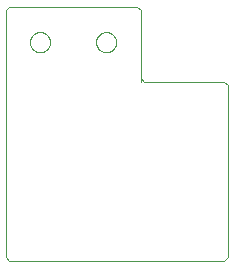
<source format=gko>
G75*
%MOIN*%
%OFA0B0*%
%FSLAX25Y25*%
%IPPOS*%
%LPD*%
%AMOC8*
5,1,8,0,0,1.08239X$1,22.5*
%
%ADD10C,0.00000*%
D10*
X0004100Y0003487D02*
X0005350Y0002238D01*
X0076913Y0002238D01*
X0078163Y0003487D01*
X0078163Y0060675D01*
X0076913Y0061925D01*
X0050350Y0061925D01*
X0049100Y0063175D01*
X0049100Y0061925D01*
X0049100Y0063175D02*
X0049100Y0085675D01*
X0047850Y0086925D01*
X0005350Y0086925D01*
X0004100Y0085675D01*
X0004100Y0003487D01*
X0012230Y0075055D02*
X0012232Y0075170D01*
X0012238Y0075286D01*
X0012248Y0075401D01*
X0012262Y0075516D01*
X0012280Y0075630D01*
X0012302Y0075743D01*
X0012327Y0075856D01*
X0012357Y0075967D01*
X0012390Y0076078D01*
X0012427Y0076187D01*
X0012468Y0076295D01*
X0012513Y0076402D01*
X0012561Y0076507D01*
X0012613Y0076610D01*
X0012669Y0076711D01*
X0012728Y0076811D01*
X0012790Y0076908D01*
X0012856Y0077003D01*
X0012924Y0077096D01*
X0012996Y0077186D01*
X0013071Y0077274D01*
X0013150Y0077359D01*
X0013231Y0077441D01*
X0013314Y0077521D01*
X0013401Y0077597D01*
X0013490Y0077671D01*
X0013581Y0077741D01*
X0013675Y0077809D01*
X0013771Y0077873D01*
X0013870Y0077933D01*
X0013970Y0077990D01*
X0014072Y0078044D01*
X0014176Y0078094D01*
X0014282Y0078141D01*
X0014389Y0078184D01*
X0014498Y0078223D01*
X0014608Y0078258D01*
X0014719Y0078289D01*
X0014831Y0078317D01*
X0014944Y0078341D01*
X0015058Y0078361D01*
X0015173Y0078377D01*
X0015288Y0078389D01*
X0015403Y0078397D01*
X0015518Y0078401D01*
X0015634Y0078401D01*
X0015749Y0078397D01*
X0015864Y0078389D01*
X0015979Y0078377D01*
X0016094Y0078361D01*
X0016208Y0078341D01*
X0016321Y0078317D01*
X0016433Y0078289D01*
X0016544Y0078258D01*
X0016654Y0078223D01*
X0016763Y0078184D01*
X0016870Y0078141D01*
X0016976Y0078094D01*
X0017080Y0078044D01*
X0017182Y0077990D01*
X0017282Y0077933D01*
X0017381Y0077873D01*
X0017477Y0077809D01*
X0017571Y0077741D01*
X0017662Y0077671D01*
X0017751Y0077597D01*
X0017838Y0077521D01*
X0017921Y0077441D01*
X0018002Y0077359D01*
X0018081Y0077274D01*
X0018156Y0077186D01*
X0018228Y0077096D01*
X0018296Y0077003D01*
X0018362Y0076908D01*
X0018424Y0076811D01*
X0018483Y0076711D01*
X0018539Y0076610D01*
X0018591Y0076507D01*
X0018639Y0076402D01*
X0018684Y0076295D01*
X0018725Y0076187D01*
X0018762Y0076078D01*
X0018795Y0075967D01*
X0018825Y0075856D01*
X0018850Y0075743D01*
X0018872Y0075630D01*
X0018890Y0075516D01*
X0018904Y0075401D01*
X0018914Y0075286D01*
X0018920Y0075170D01*
X0018922Y0075055D01*
X0018920Y0074940D01*
X0018914Y0074824D01*
X0018904Y0074709D01*
X0018890Y0074594D01*
X0018872Y0074480D01*
X0018850Y0074367D01*
X0018825Y0074254D01*
X0018795Y0074143D01*
X0018762Y0074032D01*
X0018725Y0073923D01*
X0018684Y0073815D01*
X0018639Y0073708D01*
X0018591Y0073603D01*
X0018539Y0073500D01*
X0018483Y0073399D01*
X0018424Y0073299D01*
X0018362Y0073202D01*
X0018296Y0073107D01*
X0018228Y0073014D01*
X0018156Y0072924D01*
X0018081Y0072836D01*
X0018002Y0072751D01*
X0017921Y0072669D01*
X0017838Y0072589D01*
X0017751Y0072513D01*
X0017662Y0072439D01*
X0017571Y0072369D01*
X0017477Y0072301D01*
X0017381Y0072237D01*
X0017282Y0072177D01*
X0017182Y0072120D01*
X0017080Y0072066D01*
X0016976Y0072016D01*
X0016870Y0071969D01*
X0016763Y0071926D01*
X0016654Y0071887D01*
X0016544Y0071852D01*
X0016433Y0071821D01*
X0016321Y0071793D01*
X0016208Y0071769D01*
X0016094Y0071749D01*
X0015979Y0071733D01*
X0015864Y0071721D01*
X0015749Y0071713D01*
X0015634Y0071709D01*
X0015518Y0071709D01*
X0015403Y0071713D01*
X0015288Y0071721D01*
X0015173Y0071733D01*
X0015058Y0071749D01*
X0014944Y0071769D01*
X0014831Y0071793D01*
X0014719Y0071821D01*
X0014608Y0071852D01*
X0014498Y0071887D01*
X0014389Y0071926D01*
X0014282Y0071969D01*
X0014176Y0072016D01*
X0014072Y0072066D01*
X0013970Y0072120D01*
X0013870Y0072177D01*
X0013771Y0072237D01*
X0013675Y0072301D01*
X0013581Y0072369D01*
X0013490Y0072439D01*
X0013401Y0072513D01*
X0013314Y0072589D01*
X0013231Y0072669D01*
X0013150Y0072751D01*
X0013071Y0072836D01*
X0012996Y0072924D01*
X0012924Y0073014D01*
X0012856Y0073107D01*
X0012790Y0073202D01*
X0012728Y0073299D01*
X0012669Y0073399D01*
X0012613Y0073500D01*
X0012561Y0073603D01*
X0012513Y0073708D01*
X0012468Y0073815D01*
X0012427Y0073923D01*
X0012390Y0074032D01*
X0012357Y0074143D01*
X0012327Y0074254D01*
X0012302Y0074367D01*
X0012280Y0074480D01*
X0012262Y0074594D01*
X0012248Y0074709D01*
X0012238Y0074824D01*
X0012232Y0074940D01*
X0012230Y0075055D01*
X0034278Y0075055D02*
X0034280Y0075170D01*
X0034286Y0075286D01*
X0034296Y0075401D01*
X0034310Y0075516D01*
X0034328Y0075630D01*
X0034350Y0075743D01*
X0034375Y0075856D01*
X0034405Y0075967D01*
X0034438Y0076078D01*
X0034475Y0076187D01*
X0034516Y0076295D01*
X0034561Y0076402D01*
X0034609Y0076507D01*
X0034661Y0076610D01*
X0034717Y0076711D01*
X0034776Y0076811D01*
X0034838Y0076908D01*
X0034904Y0077003D01*
X0034972Y0077096D01*
X0035044Y0077186D01*
X0035119Y0077274D01*
X0035198Y0077359D01*
X0035279Y0077441D01*
X0035362Y0077521D01*
X0035449Y0077597D01*
X0035538Y0077671D01*
X0035629Y0077741D01*
X0035723Y0077809D01*
X0035819Y0077873D01*
X0035918Y0077933D01*
X0036018Y0077990D01*
X0036120Y0078044D01*
X0036224Y0078094D01*
X0036330Y0078141D01*
X0036437Y0078184D01*
X0036546Y0078223D01*
X0036656Y0078258D01*
X0036767Y0078289D01*
X0036879Y0078317D01*
X0036992Y0078341D01*
X0037106Y0078361D01*
X0037221Y0078377D01*
X0037336Y0078389D01*
X0037451Y0078397D01*
X0037566Y0078401D01*
X0037682Y0078401D01*
X0037797Y0078397D01*
X0037912Y0078389D01*
X0038027Y0078377D01*
X0038142Y0078361D01*
X0038256Y0078341D01*
X0038369Y0078317D01*
X0038481Y0078289D01*
X0038592Y0078258D01*
X0038702Y0078223D01*
X0038811Y0078184D01*
X0038918Y0078141D01*
X0039024Y0078094D01*
X0039128Y0078044D01*
X0039230Y0077990D01*
X0039330Y0077933D01*
X0039429Y0077873D01*
X0039525Y0077809D01*
X0039619Y0077741D01*
X0039710Y0077671D01*
X0039799Y0077597D01*
X0039886Y0077521D01*
X0039969Y0077441D01*
X0040050Y0077359D01*
X0040129Y0077274D01*
X0040204Y0077186D01*
X0040276Y0077096D01*
X0040344Y0077003D01*
X0040410Y0076908D01*
X0040472Y0076811D01*
X0040531Y0076711D01*
X0040587Y0076610D01*
X0040639Y0076507D01*
X0040687Y0076402D01*
X0040732Y0076295D01*
X0040773Y0076187D01*
X0040810Y0076078D01*
X0040843Y0075967D01*
X0040873Y0075856D01*
X0040898Y0075743D01*
X0040920Y0075630D01*
X0040938Y0075516D01*
X0040952Y0075401D01*
X0040962Y0075286D01*
X0040968Y0075170D01*
X0040970Y0075055D01*
X0040968Y0074940D01*
X0040962Y0074824D01*
X0040952Y0074709D01*
X0040938Y0074594D01*
X0040920Y0074480D01*
X0040898Y0074367D01*
X0040873Y0074254D01*
X0040843Y0074143D01*
X0040810Y0074032D01*
X0040773Y0073923D01*
X0040732Y0073815D01*
X0040687Y0073708D01*
X0040639Y0073603D01*
X0040587Y0073500D01*
X0040531Y0073399D01*
X0040472Y0073299D01*
X0040410Y0073202D01*
X0040344Y0073107D01*
X0040276Y0073014D01*
X0040204Y0072924D01*
X0040129Y0072836D01*
X0040050Y0072751D01*
X0039969Y0072669D01*
X0039886Y0072589D01*
X0039799Y0072513D01*
X0039710Y0072439D01*
X0039619Y0072369D01*
X0039525Y0072301D01*
X0039429Y0072237D01*
X0039330Y0072177D01*
X0039230Y0072120D01*
X0039128Y0072066D01*
X0039024Y0072016D01*
X0038918Y0071969D01*
X0038811Y0071926D01*
X0038702Y0071887D01*
X0038592Y0071852D01*
X0038481Y0071821D01*
X0038369Y0071793D01*
X0038256Y0071769D01*
X0038142Y0071749D01*
X0038027Y0071733D01*
X0037912Y0071721D01*
X0037797Y0071713D01*
X0037682Y0071709D01*
X0037566Y0071709D01*
X0037451Y0071713D01*
X0037336Y0071721D01*
X0037221Y0071733D01*
X0037106Y0071749D01*
X0036992Y0071769D01*
X0036879Y0071793D01*
X0036767Y0071821D01*
X0036656Y0071852D01*
X0036546Y0071887D01*
X0036437Y0071926D01*
X0036330Y0071969D01*
X0036224Y0072016D01*
X0036120Y0072066D01*
X0036018Y0072120D01*
X0035918Y0072177D01*
X0035819Y0072237D01*
X0035723Y0072301D01*
X0035629Y0072369D01*
X0035538Y0072439D01*
X0035449Y0072513D01*
X0035362Y0072589D01*
X0035279Y0072669D01*
X0035198Y0072751D01*
X0035119Y0072836D01*
X0035044Y0072924D01*
X0034972Y0073014D01*
X0034904Y0073107D01*
X0034838Y0073202D01*
X0034776Y0073299D01*
X0034717Y0073399D01*
X0034661Y0073500D01*
X0034609Y0073603D01*
X0034561Y0073708D01*
X0034516Y0073815D01*
X0034475Y0073923D01*
X0034438Y0074032D01*
X0034405Y0074143D01*
X0034375Y0074254D01*
X0034350Y0074367D01*
X0034328Y0074480D01*
X0034310Y0074594D01*
X0034296Y0074709D01*
X0034286Y0074824D01*
X0034280Y0074940D01*
X0034278Y0075055D01*
M02*

</source>
